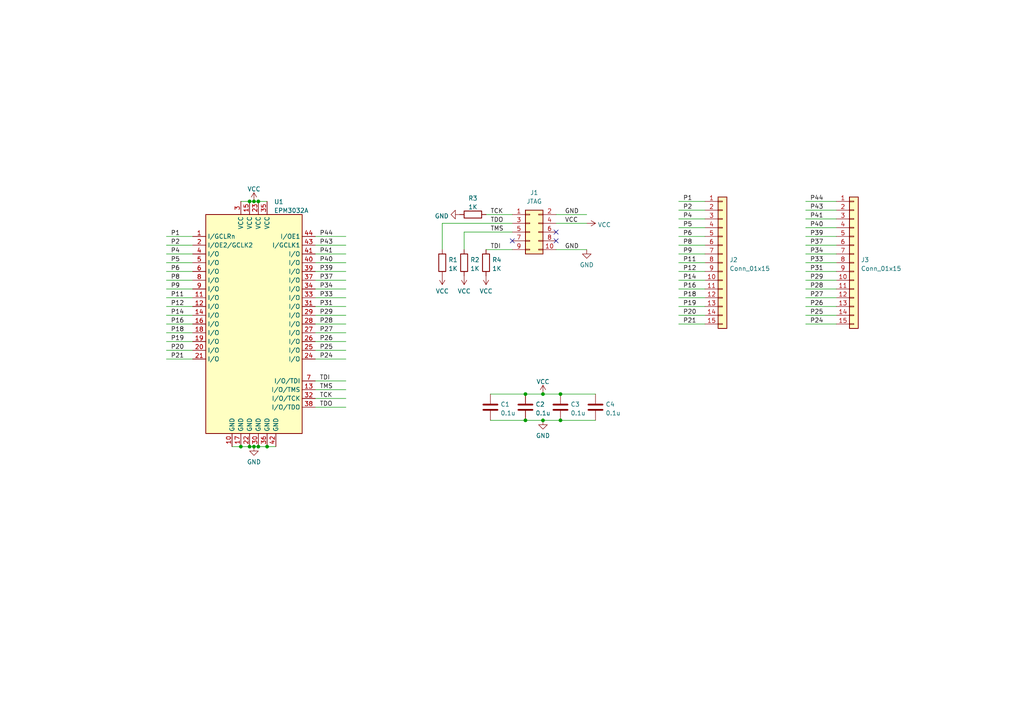
<source format=kicad_sch>
(kicad_sch (version 20211123) (generator eeschema)
  (paper "A4")
  (lib_symbols
    (symbol "Connector_Generic:Conn_01x15" (pin_names (offset 1.016) hide)
      (property "Reference" "J" (at 0 20.32 0))
      (property "Value" "Conn_01x15" (at 0 -20.32 0))
      (symbol "Conn_01x15_1_1"
        (rectangle (start -1.27 -17.653) (end 0 -17.907) (stroke (width 0.1524)))
        (rectangle (start -1.27 -15.113) (end 0 -15.367) (stroke (width 0.1524)))
        (rectangle (start -1.27 -12.573) (end 0 -12.827) (stroke (width 0.1524)))
        (rectangle (start -1.27 -10.033) (end 0 -10.287) (stroke (width 0.1524)))
        (rectangle (start -1.27 -7.493) (end 0 -7.747) (stroke (width 0.1524)))
        (rectangle (start -1.27 -4.953) (end 0 -5.207) (stroke (width 0.1524)))
        (rectangle (start -1.27 -2.413) (end 0 -2.667) (stroke (width 0.1524)))
        (rectangle (start -1.27 0.127) (end 0 -0.127) (stroke (width 0.1524)))
        (rectangle (start -1.27 2.667) (end 0 2.413) (stroke (width 0.1524)))
        (rectangle (start -1.27 5.207) (end 0 4.953) (stroke (width 0.1524)))
        (rectangle (start -1.27 7.747) (end 0 7.493) (stroke (width 0.1524)))
        (rectangle (start -1.27 10.287) (end 0 10.033) (stroke (width 0.1524)))
        (rectangle (start -1.27 12.827) (end 0 12.573) (stroke (width 0.1524)))
        (rectangle (start -1.27 15.367) (end 0 15.113) (stroke (width 0.1524)))
        (rectangle (start -1.27 17.907) (end 0 17.653) (stroke (width 0.1524)))
        (rectangle (start -1.27 19.05) (end 1.27 -19.05) (stroke (width 0.254)) (fill (type background)))
        (pin passive line (at -5.08 17.78 0) (length 3.81) (name "Pin_1") (number "1"))
        (pin passive line (at -5.08 -5.08 0) (length 3.81) (name "Pin_10") (number "10"))
        (pin passive line (at -5.08 -7.62 0) (length 3.81) (name "Pin_11") (number "11"))
        (pin passive line (at -5.08 -10.16 0) (length 3.81) (name "Pin_12") (number "12"))
        (pin passive line (at -5.08 -12.7 0) (length 3.81) (name "Pin_13") (number "13"))
        (pin passive line (at -5.08 -15.24 0) (length 3.81) (name "Pin_14") (number "14"))
        (pin passive line (at -5.08 -17.78 0) (length 3.81) (name "Pin_15") (number "15"))
        (pin passive line (at -5.08 15.24 0) (length 3.81) (name "Pin_2") (number "2"))
        (pin passive line (at -5.08 12.7 0) (length 3.81) (name "Pin_3") (number "3"))
        (pin passive line (at -5.08 10.16 0) (length 3.81) (name "Pin_4") (number "4"))
        (pin passive line (at -5.08 7.62 0) (length 3.81) (name "Pin_5") (number "5"))
        (pin passive line (at -5.08 5.08 0) (length 3.81) (name "Pin_6") (number "6"))
        (pin passive line (at -5.08 2.54 0) (length 3.81) (name "Pin_7") (number "7"))
        (pin passive line (at -5.08 0 0) (length 3.81) (name "Pin_8") (number "8"))
        (pin passive line (at -5.08 -2.54 0) (length 3.81) (name "Pin_9") (number "9"))
      )
    )
    (symbol "Connector_Generic:Conn_02x05_Odd_Even" (pin_names (offset 1.016) hide)
      (property "Reference" "J" (at 1.27 7.62 0))
      (property "Value" "Conn_02x05_Odd_Even" (at 1.27 -7.62 0))
      (symbol "Conn_02x05_Odd_Even_1_1"
        (rectangle (start -1.27 -4.953) (end 0 -5.207) (stroke (width 0.1524)))
        (rectangle (start -1.27 -2.413) (end 0 -2.667) (stroke (width 0.1524)))
        (rectangle (start -1.27 0.127) (end 0 -0.127) (stroke (width 0.1524)))
        (rectangle (start -1.27 2.667) (end 0 2.413) (stroke (width 0.1524)))
        (rectangle (start -1.27 5.207) (end 0 4.953) (stroke (width 0.1524)))
        (rectangle (start -1.27 6.35) (end 3.81 -6.35) (stroke (width 0.254)) (fill (type background)))
        (rectangle (start 3.81 -4.953) (end 2.54 -5.207) (stroke (width 0.1524)))
        (rectangle (start 3.81 -2.413) (end 2.54 -2.667) (stroke (width 0.1524)))
        (rectangle (start 3.81 0.127) (end 2.54 -0.127) (stroke (width 0.1524)))
        (rectangle (start 3.81 2.667) (end 2.54 2.413) (stroke (width 0.1524)))
        (rectangle (start 3.81 5.207) (end 2.54 4.953) (stroke (width 0.1524)))
        (pin passive line (at -5.08 5.08 0) (length 3.81) (name "Pin_1") (number "1"))
        (pin passive line (at 7.62 -5.08 180) (length 3.81) (name "Pin_10") (number "10"))
        (pin passive line (at 7.62 5.08 180) (length 3.81) (name "Pin_2") (number "2"))
        (pin passive line (at -5.08 2.54 0) (length 3.81) (name "Pin_3") (number "3"))
        (pin passive line (at 7.62 2.54 180) (length 3.81) (name "Pin_4") (number "4"))
        (pin passive line (at -5.08 0 0) (length 3.81) (name "Pin_5") (number "5"))
        (pin passive line (at 7.62 0 180) (length 3.81) (name "Pin_6") (number "6"))
        (pin passive line (at -5.08 -2.54 0) (length 3.81) (name "Pin_7") (number "7"))
        (pin passive line (at 7.62 -2.54 180) (length 3.81) (name "Pin_8") (number "8"))
        (pin passive line (at -5.08 -5.08 0) (length 3.81) (name "Pin_9") (number "9"))
      )
    )
    (symbol "Device:C" (pin_numbers hide) (pin_names (offset 0.254))
      (property "Reference" "C" (at 0.635 2.54 0))
      (property "Value" "C" (at 0.635 -2.54 0))
      (symbol "C_0_1"
        (polyline (pts (xy -2.032 -0.762) (xy 2.032 -0.762)) (stroke (width 0.508)))
        (polyline (pts (xy -2.032 0.762) (xy 2.032 0.762)) (stroke (width 0.508)))
      )
      (symbol "C_1_1"
        (pin passive line (at 0 3.81 270) (length 2.794) (name "~") (number "1"))
        (pin passive line (at 0 -3.81 90) (length 2.794) (name "~") (number "2"))
      )
    )
    (symbol "Device:R" (pin_numbers hide) (pin_names (offset 0))
      (property "Reference" "R" (at 2.032 0 90))
      (property "Value" "R" (at 0 0 90))
      (symbol "R_0_1"
        (rectangle (start -1.016 -2.54) (end 1.016 2.54) (stroke (width 0.254)))
      )
      (symbol "R_1_1"
        (pin passive line (at 0 3.81 270) (length 1.27) (name "~") (number "1"))
        (pin passive line (at 0 -3.81 90) (length 1.27) (name "~") (number "2"))
      )
    )
    (symbol "power:GND" (power) (pin_names (offset 0))
      (property "Value" "GND" (at 0 -3.81 0))
      (symbol "GND_0_1"
        (polyline (pts (xy 0 0) (xy 0 -1.27) (xy 1.27 -1.27) (xy 0 -2.54) (xy -1.27 -1.27) (xy 0 -1.27)))
      )
      (symbol "GND_1_1"
        (pin power_in line (at 0 0 270) (length 0) hide (name "GND") (number "1"))
      )
    )
    (symbol "power:VCC" (power) (pin_names (offset 0))
      (property "Value" "VCC" (at 0 3.81 0))
      (symbol "VCC_0_1"
        (polyline (pts (xy -0.762 1.27) (xy 0 2.54)))
        (polyline (pts (xy 0 0) (xy 0 2.54)))
        (polyline (pts (xy 0 2.54) (xy 0.762 1.27)))
      )
      (symbol "VCC_1_1"
        (pin power_in line (at 0 0 90) (length 0) hide (name "VCC") (number "1"))
      )
    )
    (symbol "toyoshim:EPM3032A"
      (property "Reference" "U" (at -13.97 33.02 0))
      (property "Value" "EPM3032A" (at -13.97 -33.02 0))
      (symbol "EPM3032A_1_1"
        (rectangle (start -13.97 31.75) (end 13.97 -31.75) (stroke (width 0.254)) (fill (type background)))
        (pin input line (at -17.78 25.4 0) (length 3.81) (name "I/GCLRn") (number "1"))
        (pin power_in line (at -6.35 -35.56 90) (length 3.81) (name "GND") (number "10"))
        (pin bidirectional line (at -17.78 7.62 0) (length 3.81) (name "I/O") (number "11"))
        (pin bidirectional line (at -17.78 5.08 0) (length 3.81) (name "I/O") (number "12"))
        (pin bidirectional line (at 17.78 -19.05 180) (length 3.81) (name "I/O/TMS") (number "13"))
        (pin bidirectional line (at -17.78 2.54 0) (length 3.81) (name "I/O") (number "14"))
        (pin power_in line (at -1.27 35.56 270) (length 3.81) (name "VCC") (number "15"))
        (pin bidirectional line (at -17.78 0 0) (length 3.81) (name "I/O") (number "16"))
        (pin power_in line (at -3.81 -35.56 90) (length 3.81) (name "GND") (number "17"))
        (pin bidirectional line (at -17.78 -2.54 0) (length 3.81) (name "I/O") (number "18"))
        (pin bidirectional line (at -17.78 -5.08 0) (length 3.81) (name "I/O") (number "19"))
        (pin input line (at -17.78 22.86 0) (length 3.81) (name "I/OE2/GCLK2") (number "2"))
        (pin bidirectional line (at -17.78 -7.62 0) (length 3.81) (name "I/O") (number "20"))
        (pin bidirectional line (at -17.78 -10.16 0) (length 3.81) (name "I/O") (number "21"))
        (pin power_in line (at -1.27 -35.56 90) (length 3.81) (name "GND") (number "22"))
        (pin power_in line (at 1.27 35.56 270) (length 3.81) (name "VCC") (number "23"))
        (pin bidirectional line (at 17.78 -10.16 180) (length 3.81) (name "I/O") (number "24"))
        (pin bidirectional line (at 17.78 -7.62 180) (length 3.81) (name "I/O") (number "25"))
        (pin bidirectional line (at 17.78 -5.08 180) (length 3.81) (name "I/O") (number "26"))
        (pin bidirectional line (at 17.78 -2.54 180) (length 3.81) (name "I/O") (number "27"))
        (pin bidirectional line (at 17.78 0 180) (length 3.81) (name "I/O") (number "28"))
        (pin bidirectional line (at 17.78 2.54 180) (length 3.81) (name "I/O") (number "29"))
        (pin power_in line (at -3.81 35.56 270) (length 3.81) (name "VCC") (number "3"))
        (pin power_in line (at 1.27 -35.56 90) (length 3.81) (name "GND") (number "30"))
        (pin bidirectional line (at 17.78 5.08 180) (length 3.81) (name "I/O") (number "31"))
        (pin bidirectional line (at 17.78 -21.59 180) (length 3.81) (name "I/O/TCK") (number "32"))
        (pin bidirectional line (at 17.78 7.62 180) (length 3.81) (name "I/O") (number "33"))
        (pin bidirectional line (at 17.78 10.16 180) (length 3.81) (name "I/O") (number "34"))
        (pin power_in line (at 3.81 35.56 270) (length 3.81) (name "VCC") (number "35"))
        (pin power_in line (at 3.81 -35.56 90) (length 3.81) (name "GND") (number "36"))
        (pin bidirectional line (at 17.78 12.7 180) (length 3.81) (name "I/O") (number "37"))
        (pin bidirectional line (at 17.78 -24.13 180) (length 3.81) (name "I/O/TDO") (number "38"))
        (pin bidirectional line (at 17.78 15.24 180) (length 3.81) (name "I/O") (number "39"))
        (pin bidirectional line (at -17.78 20.32 0) (length 3.81) (name "I/O") (number "4"))
        (pin bidirectional line (at 17.78 17.78 180) (length 3.81) (name "I/O") (number "40"))
        (pin bidirectional line (at 17.78 20.32 180) (length 3.81) (name "I/O") (number "41"))
        (pin power_in line (at 6.35 -35.56 90) (length 3.81) (name "GND") (number "42"))
        (pin input line (at 17.78 22.86 180) (length 3.81) (name "I/GCLK1") (number "43"))
        (pin input line (at 17.78 25.4 180) (length 3.81) (name "I/OE1") (number "44"))
        (pin bidirectional line (at -17.78 17.78 0) (length 3.81) (name "I/O") (number "5"))
        (pin bidirectional line (at -17.78 15.24 0) (length 3.81) (name "I/O") (number "6"))
        (pin bidirectional line (at 17.78 -16.51 180) (length 3.81) (name "I/O/TDI") (number "7"))
        (pin bidirectional line (at -17.78 12.7 0) (length 3.81) (name "I/O") (number "8"))
        (pin bidirectional line (at -17.78 10.16 0) (length 3.81) (name "I/O") (number "9"))
      )
    )
  )
  (junction (at 162.56 114.3))
  (junction (at 69.85 129.54))
  (junction (at 73.66 58.42))
  (junction (at 77.47 129.54))
  (junction (at 74.93 58.42))
  (junction (at 72.39 58.42))
  (junction (at 74.93 129.54))
  (junction (at 152.4 114.3))
  (junction (at 157.48 121.92))
  (junction (at 157.48 114.3))
  (junction (at 152.4 121.92))
  (junction (at 162.56 121.92))
  (junction (at 73.66 129.54))
  (junction (at 72.39 129.54))
  (no_connect (at 148.59 69.85))
  (no_connect (at 161.29 69.85))
  (no_connect (at 161.29 67.31))
  (wire (pts (xy 91.44 118.11) (xy 100.33 118.11)))
  (wire (pts (xy 157.48 114.3) (xy 162.56 114.3)))
  (wire (pts (xy 233.68 73.66) (xy 242.57 73.66)))
  (wire (pts (xy 91.44 76.2) (xy 100.33 76.2)))
  (wire (pts (xy 233.68 93.98) (xy 242.57 93.98)))
  (wire (pts (xy 134.62 67.31) (xy 134.62 72.39)))
  (wire (pts (xy 233.68 66.04) (xy 242.57 66.04)))
  (wire (pts (xy 91.44 99.06) (xy 100.33 99.06)))
  (wire (pts (xy 196.85 81.28) (xy 204.47 81.28)))
  (wire (pts (xy 48.26 78.74) (xy 55.88 78.74)))
  (wire (pts (xy 196.85 60.96) (xy 204.47 60.96)))
  (wire (pts (xy 91.44 96.52) (xy 100.33 96.52)))
  (wire (pts (xy 233.68 81.28) (xy 242.57 81.28)))
  (wire (pts (xy 233.68 58.42) (xy 242.57 58.42)))
  (wire (pts (xy 74.93 58.42) (xy 77.47 58.42)))
  (wire (pts (xy 161.29 64.77) (xy 170.18 64.77)))
  (wire (pts (xy 91.44 86.36) (xy 100.33 86.36)))
  (wire (pts (xy 91.44 71.12) (xy 100.33 71.12)))
  (wire (pts (xy 48.26 68.58) (xy 55.88 68.58)))
  (wire (pts (xy 48.26 86.36) (xy 55.88 86.36)))
  (wire (pts (xy 91.44 88.9) (xy 100.33 88.9)))
  (wire (pts (xy 134.62 67.31) (xy 148.59 67.31)))
  (wire (pts (xy 196.85 78.74) (xy 204.47 78.74)))
  (wire (pts (xy 162.56 121.92) (xy 172.72 121.92)))
  (wire (pts (xy 72.39 129.54) (xy 73.66 129.54)))
  (wire (pts (xy 48.26 88.9) (xy 55.88 88.9)))
  (wire (pts (xy 91.44 101.6) (xy 100.33 101.6)))
  (wire (pts (xy 152.4 114.3) (xy 157.48 114.3)))
  (wire (pts (xy 152.4 121.92) (xy 157.48 121.92)))
  (wire (pts (xy 48.26 71.12) (xy 55.88 71.12)))
  (wire (pts (xy 48.26 73.66) (xy 55.88 73.66)))
  (wire (pts (xy 91.44 78.74) (xy 100.33 78.74)))
  (wire (pts (xy 196.85 71.12) (xy 204.47 71.12)))
  (wire (pts (xy 73.66 129.54) (xy 74.93 129.54)))
  (wire (pts (xy 91.44 113.03) (xy 100.33 113.03)))
  (wire (pts (xy 161.29 72.39) (xy 170.18 72.39)))
  (wire (pts (xy 48.26 101.6) (xy 55.88 101.6)))
  (wire (pts (xy 91.44 91.44) (xy 100.33 91.44)))
  (wire (pts (xy 233.68 76.2) (xy 242.57 76.2)))
  (wire (pts (xy 196.85 86.36) (xy 204.47 86.36)))
  (wire (pts (xy 69.85 58.42) (xy 72.39 58.42)))
  (wire (pts (xy 233.68 78.74) (xy 242.57 78.74)))
  (wire (pts (xy 157.48 121.92) (xy 162.56 121.92)))
  (wire (pts (xy 196.85 66.04) (xy 204.47 66.04)))
  (wire (pts (xy 48.26 99.06) (xy 55.88 99.06)))
  (wire (pts (xy 77.47 129.54) (xy 80.01 129.54)))
  (wire (pts (xy 196.85 73.66) (xy 204.47 73.66)))
  (wire (pts (xy 196.85 93.98) (xy 204.47 93.98)))
  (wire (pts (xy 233.68 71.12) (xy 242.57 71.12)))
  (wire (pts (xy 74.93 129.54) (xy 77.47 129.54)))
  (wire (pts (xy 67.31 129.54) (xy 69.85 129.54)))
  (wire (pts (xy 196.85 91.44) (xy 204.47 91.44)))
  (wire (pts (xy 233.68 60.96) (xy 242.57 60.96)))
  (wire (pts (xy 196.85 58.42) (xy 204.47 58.42)))
  (wire (pts (xy 69.85 129.54) (xy 72.39 129.54)))
  (wire (pts (xy 48.26 91.44) (xy 55.88 91.44)))
  (wire (pts (xy 48.26 83.82) (xy 55.88 83.82)))
  (wire (pts (xy 73.66 58.42) (xy 74.93 58.42)))
  (wire (pts (xy 233.68 86.36) (xy 242.57 86.36)))
  (wire (pts (xy 142.24 114.3) (xy 152.4 114.3)))
  (wire (pts (xy 128.27 72.39) (xy 128.27 64.77)))
  (wire (pts (xy 196.85 88.9) (xy 204.47 88.9)))
  (wire (pts (xy 91.44 68.58) (xy 100.33 68.58)))
  (wire (pts (xy 162.56 114.3) (xy 172.72 114.3)))
  (wire (pts (xy 142.24 121.92) (xy 152.4 121.92)))
  (wire (pts (xy 91.44 83.82) (xy 100.33 83.82)))
  (wire (pts (xy 91.44 93.98) (xy 100.33 93.98)))
  (wire (pts (xy 48.26 93.98) (xy 55.88 93.98)))
  (wire (pts (xy 233.68 88.9) (xy 242.57 88.9)))
  (wire (pts (xy 91.44 115.57) (xy 100.33 115.57)))
  (wire (pts (xy 233.68 91.44) (xy 242.57 91.44)))
  (wire (pts (xy 91.44 81.28) (xy 100.33 81.28)))
  (wire (pts (xy 161.29 62.23) (xy 170.18 62.23)))
  (wire (pts (xy 128.27 64.77) (xy 148.59 64.77)))
  (wire (pts (xy 91.44 73.66) (xy 100.33 73.66)))
  (wire (pts (xy 196.85 68.58) (xy 204.47 68.58)))
  (wire (pts (xy 196.85 83.82) (xy 204.47 83.82)))
  (wire (pts (xy 91.44 110.49) (xy 100.33 110.49)))
  (wire (pts (xy 140.97 72.39) (xy 148.59 72.39)))
  (wire (pts (xy 233.68 63.5) (xy 242.57 63.5)))
  (wire (pts (xy 48.26 81.28) (xy 55.88 81.28)))
  (wire (pts (xy 196.85 63.5) (xy 204.47 63.5)))
  (wire (pts (xy 48.26 104.14) (xy 55.88 104.14)))
  (wire (pts (xy 48.26 96.52) (xy 55.88 96.52)))
  (wire (pts (xy 233.68 83.82) (xy 242.57 83.82)))
  (wire (pts (xy 48.26 76.2) (xy 55.88 76.2)))
  (wire (pts (xy 196.85 76.2) (xy 204.47 76.2)))
  (wire (pts (xy 233.68 68.58) (xy 242.57 68.58)))
  (wire (pts (xy 140.97 62.23) (xy 148.59 62.23)))
  (wire (pts (xy 91.44 104.14) (xy 100.33 104.14)))
  (wire (pts (xy 72.39 58.42) (xy 73.66 58.42)))
  (label "P39" (at 92.71 78.74 0))
  (label "P21" (at 198.12 93.98 0))
  (label "GND" (at 163.83 72.39 0))
  (label "P2" (at 198.12 60.96 0))
  (label "P8" (at 49.53 81.28 0))
  (label "P44" (at 234.95 58.42 0))
  (label "P1" (at 49.53 68.58 0))
  (label "P19" (at 198.12 88.9 0))
  (label "TDO" (at 92.71 118.11 0))
  (label "P16" (at 198.12 83.82 0))
  (label "P4" (at 49.53 73.66 0))
  (label "GND" (at 163.83 62.23 0))
  (label "P16" (at 49.53 93.98 0))
  (label "P25" (at 92.71 101.6 0))
  (label "P25" (at 234.95 91.44 0))
  (label "P33" (at 92.71 86.36 0))
  (label "P28" (at 234.95 83.82 0))
  (label "P26" (at 234.95 88.9 0))
  (label "P11" (at 198.12 76.2 0))
  (label "P1" (at 198.12 58.42 0))
  (label "P24" (at 92.71 104.14 0))
  (label "TMS" (at 92.71 113.03 0))
  (label "TCK" (at 92.71 115.57 0))
  (label "P41" (at 92.71 73.66 0))
  (label "P26" (at 92.71 99.06 0))
  (label "P31" (at 234.95 78.74 0))
  (label "P33" (at 234.95 76.2 0))
  (label "P12" (at 49.53 88.9 0))
  (label "P31" (at 92.71 88.9 0))
  (label "P6" (at 49.53 78.74 0))
  (label "TMS" (at 142.24 67.31 0))
  (label "P40" (at 234.95 66.04 0))
  (label "P5" (at 198.12 66.04 0))
  (label "P20" (at 198.12 91.44 0))
  (label "P41" (at 234.95 63.5 0))
  (label "P37" (at 234.95 71.12 0))
  (label "P9" (at 198.12 73.66 0))
  (label "P39" (at 234.95 68.58 0))
  (label "TDO" (at 142.24 64.77 0))
  (label "P6" (at 198.12 68.58 0))
  (label "P29" (at 92.71 91.44 0))
  (label "P5" (at 49.53 76.2 0))
  (label "P14" (at 198.12 81.28 0))
  (label "P18" (at 49.53 96.52 0))
  (label "P24" (at 234.95 93.98 0))
  (label "TCK" (at 142.24 62.23 0))
  (label "P18" (at 198.12 86.36 0))
  (label "P34" (at 92.71 83.82 0))
  (label "P43" (at 92.71 71.12 0))
  (label "P27" (at 92.71 96.52 0))
  (label "P27" (at 234.95 86.36 0))
  (label "P8" (at 198.12 71.12 0))
  (label "P40" (at 92.71 76.2 0))
  (label "P28" (at 92.71 93.98 0))
  (label "P2" (at 49.53 71.12 0))
  (label "P4" (at 198.12 63.5 0))
  (label "P9" (at 49.53 83.82 0))
  (label "P11" (at 49.53 86.36 0))
  (label "P44" (at 92.71 68.58 0))
  (label "P21" (at 49.53 104.14 0))
  (label "P14" (at 49.53 91.44 0))
  (label "P29" (at 234.95 81.28 0))
  (label "P20" (at 49.53 101.6 0))
  (label "VCC" (at 163.83 64.77 0))
  (label "TDI" (at 142.24 72.39 0))
  (label "TDI" (at 92.71 110.49 0))
  (label "P12" (at 198.12 78.74 0))
  (label "P19" (at 49.53 99.06 0))
  (label "P34" (at 234.95 73.66 0))
  (label "P43" (at 234.95 60.96 0))
  (label "P37" (at 92.71 81.28 0))
  (symbol (lib_id "Device:C") (at 142.24 118.11 0) (unit 1)
    (property "Reference" "C1" (at 145.161 117.2753 0) (effects (justify left)))
    (property "Value" "0.1u" (at 145.161 119.8122 0) (effects (justify left)))
    (property "Footprint" "Capacitor_SMD:C_0603_1608Metric_Pad1.08x0.95mm_HandSolder" (effects hide))
  )
  (symbol (lib_id "power:VCC") (at 157.48 114.3 0) (unit 1)
    (property "Reference" "#PWR07" (effects hide))
    (property "Value" "VCC" (at 157.48 110.7242 0))
  )
  (symbol (lib_id "power:GND") (at 170.18 72.39 0) (unit 1)
    (property "Reference" "#PWR010" (effects hide))
    (property "Value" "GND" (at 170.18 76.8334 0))
  )
  (symbol (lib_id "Device:R") (at 128.27 76.2 0) (unit 1)
    (property "Reference" "R1" (at 130.048 75.3653 0) (effects (justify left)))
    (property "Value" "1K" (at 130.048 77.9022 0) (effects (justify left)))
    (property "Footprint" "Resistor_SMD:R_0603_1608Metric_Pad0.98x0.95mm_HandSolder" (effects hide))
  )
  (symbol (lib_id "power:GND") (at 73.66 129.54 0) (unit 1)
    (property "Reference" "#PWR02" (effects hide))
    (property "Value" "GND" (at 73.66 133.9834 0))
  )
  (symbol (lib_id "power:VCC") (at 140.97 80.01 180) (unit 1)
    (property "Reference" "#PWR06" (effects hide))
    (property "Value" "VCC" (at 140.97 84.4534 0))
  )
  (symbol (lib_id "power:VCC") (at 128.27 80.01 180) (unit 1)
    (property "Reference" "#PWR03" (effects hide))
    (property "Value" "VCC" (at 128.27 84.4534 0))
  )
  (symbol (lib_id "Device:R") (at 137.16 62.23 90) (unit 1)
    (property "Reference" "R3" (at 137.16 57.5142 90))
    (property "Value" "1K" (at 137.16 60.0511 90))
    (property "Footprint" "Resistor_SMD:R_0603_1608Metric_Pad0.98x0.95mm_HandSolder" (effects hide))
  )
  (symbol (lib_id "Device:R") (at 134.62 76.2 0) (unit 1)
    (property "Reference" "R2" (at 136.398 75.3653 0) (effects (justify left)))
    (property "Value" "1K" (at 136.398 77.9022 0) (effects (justify left)))
    (property "Footprint" "Resistor_SMD:R_0603_1608Metric_Pad0.98x0.95mm_HandSolder" (effects hide))
  )
  (symbol (lib_id "toyoshim:EPM3032A") (at 73.66 93.98 0) (unit 1)
    (property "Reference" "U1" (at 79.4894 58.5302 0) (effects (justify left)))
    (property "Value" "EPM3032A" (at 79.4894 61.0671 0) (effects (justify left)))
    (property "Footprint" "Package_QFP:TQFP-44_10x10mm_P0.8mm" (effects hide))
  )
  (symbol (lib_id "Connector_Generic:Conn_01x15") (at 247.65 76.2 0) (unit 1)
    (property "Reference" "J3" (at 249.682 75.3653 0) (effects (justify left)))
    (property "Value" "Conn_01x15" (at 249.682 77.9022 0) (effects (justify left)))
    (property "Footprint" "Connector_PinHeader_2.54mm:PinHeader_1x15_P2.54mm_Vertical" (effects hide))
  )
  (symbol (lib_id "Device:R") (at 140.97 76.2 0) (unit 1)
    (property "Reference" "R4" (at 142.748 75.3653 0) (effects (justify left)))
    (property "Value" "1K" (at 142.748 77.9022 0) (effects (justify left)))
    (property "Footprint" "Resistor_SMD:R_0603_1608Metric_Pad0.98x0.95mm_HandSolder" (effects hide))
  )
  (symbol (lib_id "power:VCC") (at 73.66 58.42 0) (unit 1)
    (property "Reference" "#PWR01" (effects hide))
    (property "Value" "VCC" (at 73.66 54.8442 0))
  )
  (symbol (lib_id "Device:C") (at 152.4 118.11 0) (unit 1)
    (property "Reference" "C2" (at 155.321 117.2753 0) (effects (justify left)))
    (property "Value" "0.1u" (at 155.321 119.8122 0) (effects (justify left)))
    (property "Footprint" "Capacitor_SMD:C_0603_1608Metric_Pad1.08x0.95mm_HandSolder" (effects hide))
  )
  (symbol (lib_id "Connector_Generic:Conn_01x15") (at 209.55 76.2 0) (unit 1)
    (property "Reference" "J2" (at 211.582 75.3653 0) (effects (justify left)))
    (property "Value" "Conn_01x15" (at 211.582 77.9022 0) (effects (justify left)))
    (property "Footprint" "Connector_PinHeader_2.54mm:PinHeader_1x15_P2.54mm_Vertical" (effects hide))
  )
  (symbol (lib_id "Device:C") (at 162.56 118.11 0) (unit 1)
    (property "Reference" "C3" (at 165.481 117.2753 0) (effects (justify left)))
    (property "Value" "0.1u" (at 165.481 119.8122 0) (effects (justify left)))
    (property "Footprint" "Capacitor_SMD:C_0603_1608Metric_Pad1.08x0.95mm_HandSolder" (effects hide))
  )
  (symbol (lib_id "Connector_Generic:Conn_02x05_Odd_Even") (at 153.67 67.31 0) (unit 1)
    (property "Reference" "J1" (at 154.94 55.88 0))
    (property "Value" "JTAG" (at 154.94 58.4169 0))
    (property "Footprint" "Connector_PinHeader_2.54mm:PinHeader_2x05_P2.54mm_Vertical" (effects hide))
  )
  (symbol (lib_id "power:GND") (at 157.48 121.92 0) (unit 1)
    (property "Reference" "#PWR08" (effects hide))
    (property "Value" "GND" (at 157.48 126.3634 0))
  )
  (symbol (lib_id "power:GND") (at 133.35 62.23 270) (unit 1)
    (property "Reference" "#PWR04" (effects hide))
    (property "Value" "GND" (at 130.1751 62.6638 90) (effects (justify right)))
  )
  (symbol (lib_id "power:VCC") (at 134.62 80.01 180) (unit 1)
    (property "Reference" "#PWR05" (effects hide))
    (property "Value" "VCC" (at 134.62 84.4534 0))
  )
  (symbol (lib_id "power:VCC") (at 170.18 64.77 270) (unit 1)
    (property "Reference" "#PWR09" (effects hide))
    (property "Value" "VCC" (at 173.355 65.2038 90) (effects (justify left)))
  )
  (symbol (lib_id "Device:C") (at 172.72 118.11 0) (unit 1)
    (property "Reference" "C4" (at 175.641 117.2753 0) (effects (justify left)))
    (property "Value" "0.1u" (at 175.641 119.8122 0) (effects (justify left)))
    (property "Footprint" "Capacitor_SMD:C_0603_1608Metric_Pad1.08x0.95mm_HandSolder" (effects hide))
  )
)
</source>
